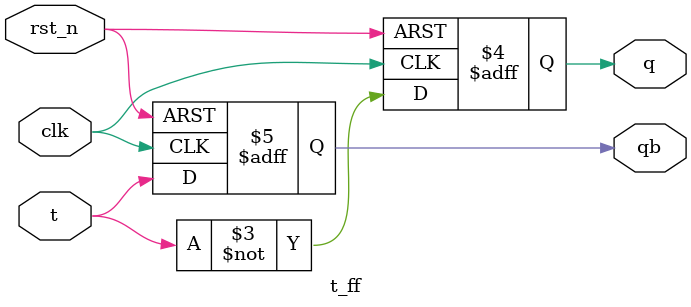
<source format=v>
`timescale 1ns / 1ps

module t_ff(
    output reg q,
    output reg qb,
    input t,
    input rst_n,
    input clk
    );

    always @(posedge clk or  negedge rst_n)
    begin
        if (!rst_n)
        begin
            q <= 0;
            qb <= 1;
        end
        else
        begin
            q <= ~t;
            qb <= t;
        end
    end
endmodule
</source>
